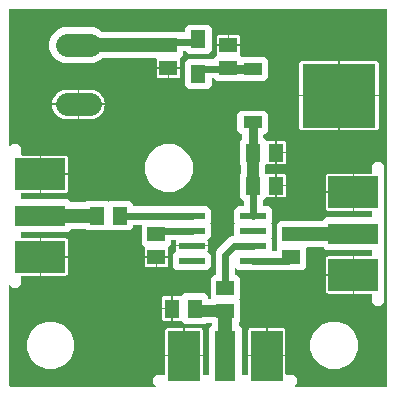
<source format=gbr>
G04 EAGLE Gerber RS-274X export*
G75*
%MOMM*%
%FSLAX34Y34*%
%LPD*%
%INTop Copper*%
%IPPOS*%
%AMOC8*
5,1,8,0,0,1.08239X$1,22.5*%
G01*
%ADD10R,1.500000X1.300000*%
%ADD11R,1.300000X1.500000*%
%ADD12R,1.200000X1.500000*%
%ADD13R,6.200000X5.400000*%
%ADD14R,1.600000X1.000000*%
%ADD15R,2.200000X0.600000*%
%ADD16C,1.981200*%
%ADD17R,1.778000X4.191000*%
%ADD18R,2.667000X4.191000*%
%ADD19R,4.191000X1.778000*%
%ADD20R,4.191000X2.667000*%
%ADD21R,1.300000X1.600000*%
%ADD22C,1.200000*%
%ADD23C,1.000000*%
%ADD24C,0.600000*%
%ADD25C,0.800000*%

G36*
X129081Y5087D02*
X129081Y5087D01*
X129107Y5084D01*
X129165Y5106D01*
X129225Y5120D01*
X129245Y5137D01*
X129269Y5146D01*
X129311Y5191D01*
X129358Y5230D01*
X129369Y5254D01*
X129387Y5273D01*
X129404Y5332D01*
X129429Y5389D01*
X129428Y5414D01*
X129436Y5439D01*
X129425Y5500D01*
X129423Y5562D01*
X129410Y5584D01*
X129406Y5610D01*
X129358Y5681D01*
X129340Y5714D01*
X129332Y5720D01*
X129325Y5730D01*
X126999Y8055D01*
X126999Y12265D01*
X129975Y15241D01*
X136758Y15241D01*
X136808Y15252D01*
X136859Y15254D01*
X136891Y15272D01*
X136927Y15280D01*
X136966Y15313D01*
X137011Y15337D01*
X137032Y15367D01*
X137060Y15390D01*
X137081Y15437D01*
X137111Y15479D01*
X137119Y15521D01*
X137131Y15549D01*
X137130Y15579D01*
X137138Y15621D01*
X137138Y30553D01*
X152633Y30553D01*
X152683Y30564D01*
X152734Y30566D01*
X152766Y30584D01*
X152802Y30592D01*
X152841Y30625D01*
X152886Y30649D01*
X152907Y30679D01*
X152935Y30702D01*
X152956Y30749D01*
X152986Y30791D01*
X152994Y30833D01*
X153006Y30861D01*
X153006Y30865D01*
X153005Y30892D01*
X153013Y30933D01*
X153013Y31315D01*
X153015Y31315D01*
X153015Y30933D01*
X153026Y30883D01*
X153028Y30832D01*
X153046Y30800D01*
X153054Y30764D01*
X153087Y30725D01*
X153111Y30680D01*
X153141Y30659D01*
X153165Y30631D01*
X153211Y30610D01*
X153253Y30580D01*
X153295Y30572D01*
X153323Y30560D01*
X153353Y30561D01*
X153395Y30553D01*
X168890Y30553D01*
X168890Y15621D01*
X168901Y15571D01*
X168903Y15520D01*
X168921Y15488D01*
X168929Y15452D01*
X168962Y15413D01*
X168986Y15368D01*
X169016Y15347D01*
X169039Y15319D01*
X169086Y15298D01*
X169128Y15268D01*
X169170Y15260D01*
X169198Y15248D01*
X169228Y15249D01*
X169270Y15241D01*
X173609Y15241D01*
X173659Y15252D01*
X173710Y15254D01*
X173742Y15272D01*
X173778Y15280D01*
X173817Y15313D01*
X173862Y15337D01*
X173883Y15367D01*
X173911Y15390D01*
X173932Y15437D01*
X173962Y15479D01*
X173970Y15521D01*
X173982Y15549D01*
X173981Y15579D01*
X173989Y15621D01*
X173989Y54374D01*
X176768Y57152D01*
X176808Y57217D01*
X176852Y57279D01*
X176854Y57291D01*
X176859Y57299D01*
X176863Y57336D01*
X176879Y57421D01*
X176879Y58779D01*
X176868Y58829D01*
X176866Y58880D01*
X176848Y58912D01*
X176840Y58948D01*
X176807Y58987D01*
X176783Y59032D01*
X176753Y59053D01*
X176730Y59081D01*
X176683Y59102D01*
X176641Y59132D01*
X176599Y59140D01*
X176571Y59152D01*
X176541Y59151D01*
X176499Y59159D01*
X171782Y59159D01*
X171708Y59142D01*
X171633Y59129D01*
X171623Y59122D01*
X171613Y59120D01*
X171585Y59096D01*
X171513Y59048D01*
X170505Y58039D01*
X153295Y58039D01*
X150695Y60640D01*
X150662Y60660D01*
X150635Y60689D01*
X150589Y60705D01*
X150548Y60731D01*
X150509Y60735D01*
X150472Y60748D01*
X150413Y60744D01*
X150375Y60748D01*
X150355Y60740D01*
X150328Y60738D01*
X149735Y60579D01*
X143661Y60579D01*
X143661Y70739D01*
X143650Y70789D01*
X143648Y70840D01*
X143630Y70872D01*
X143622Y70908D01*
X143589Y70947D01*
X143565Y70992D01*
X143535Y71013D01*
X143511Y71041D01*
X143465Y71062D01*
X143423Y71092D01*
X143381Y71100D01*
X143353Y71112D01*
X143323Y71111D01*
X143281Y71119D01*
X142899Y71119D01*
X142899Y71121D01*
X143281Y71121D01*
X143331Y71132D01*
X143382Y71134D01*
X143414Y71152D01*
X143450Y71160D01*
X143489Y71193D01*
X143534Y71217D01*
X143555Y71247D01*
X143583Y71271D01*
X143604Y71317D01*
X143634Y71359D01*
X143642Y71401D01*
X143654Y71429D01*
X143653Y71459D01*
X143661Y71501D01*
X143661Y81661D01*
X149735Y81661D01*
X150328Y81502D01*
X150367Y81501D01*
X150404Y81489D01*
X150452Y81498D01*
X150501Y81496D01*
X150536Y81512D01*
X150575Y81519D01*
X150624Y81553D01*
X150658Y81568D01*
X150672Y81585D01*
X150695Y81600D01*
X153295Y84201D01*
X170505Y84201D01*
X173481Y81225D01*
X173481Y79701D01*
X173492Y79651D01*
X173494Y79600D01*
X173512Y79568D01*
X173520Y79532D01*
X173553Y79493D01*
X173577Y79448D01*
X173607Y79427D01*
X173630Y79399D01*
X173677Y79378D01*
X173719Y79348D01*
X173761Y79340D01*
X173789Y79328D01*
X173819Y79329D01*
X173861Y79321D01*
X174999Y79321D01*
X175049Y79332D01*
X175100Y79334D01*
X175132Y79352D01*
X175168Y79360D01*
X175207Y79393D01*
X175252Y79417D01*
X175273Y79447D01*
X175301Y79470D01*
X175322Y79517D01*
X175352Y79559D01*
X175360Y79601D01*
X175372Y79629D01*
X175371Y79659D01*
X175379Y79701D01*
X175379Y96845D01*
X178355Y99821D01*
X179499Y99821D01*
X179549Y99832D01*
X179600Y99834D01*
X179632Y99852D01*
X179668Y99860D01*
X179707Y99893D01*
X179752Y99917D01*
X179773Y99947D01*
X179801Y99970D01*
X179822Y100017D01*
X179852Y100059D01*
X179860Y100101D01*
X179872Y100129D01*
X179871Y100159D01*
X179879Y100201D01*
X179879Y118447D01*
X181109Y121417D01*
X191003Y131311D01*
X193973Y132541D01*
X194959Y132541D01*
X195009Y132552D01*
X195060Y132554D01*
X195092Y132572D01*
X195128Y132580D01*
X195167Y132613D01*
X195212Y132637D01*
X195233Y132667D01*
X195261Y132690D01*
X195282Y132737D01*
X195312Y132779D01*
X195320Y132821D01*
X195332Y132849D01*
X195331Y132879D01*
X195339Y132921D01*
X195339Y142265D01*
X196316Y143241D01*
X196325Y143256D01*
X196331Y143261D01*
X196338Y143277D01*
X196343Y143284D01*
X196377Y143322D01*
X196388Y143357D01*
X196407Y143388D01*
X196412Y143439D01*
X196427Y143488D01*
X196420Y143524D01*
X196424Y143561D01*
X196406Y143608D01*
X196397Y143659D01*
X196373Y143694D01*
X196362Y143723D01*
X196340Y143744D01*
X196316Y143779D01*
X195339Y144755D01*
X195339Y154965D01*
X198315Y157941D01*
X203019Y157941D01*
X203069Y157952D01*
X203120Y157954D01*
X203152Y157972D01*
X203188Y157980D01*
X203227Y158013D01*
X203272Y158037D01*
X203293Y158067D01*
X203321Y158090D01*
X203342Y158137D01*
X203372Y158179D01*
X203380Y158221D01*
X203392Y158249D01*
X203391Y158279D01*
X203399Y158321D01*
X203399Y162299D01*
X203388Y162349D01*
X203386Y162400D01*
X203368Y162432D01*
X203360Y162468D01*
X203327Y162507D01*
X203303Y162552D01*
X203273Y162573D01*
X203250Y162601D01*
X203203Y162622D01*
X203161Y162652D01*
X203119Y162660D01*
X203091Y162672D01*
X203061Y162671D01*
X203019Y162679D01*
X202875Y162679D01*
X199899Y165655D01*
X199899Y184865D01*
X201288Y186253D01*
X201328Y186318D01*
X201372Y186380D01*
X201374Y186392D01*
X201379Y186400D01*
X201383Y186437D01*
X201399Y186522D01*
X201399Y191938D01*
X201382Y192012D01*
X201369Y192087D01*
X201362Y192097D01*
X201360Y192107D01*
X201336Y192136D01*
X201288Y192207D01*
X199899Y193595D01*
X199899Y212805D01*
X201888Y214793D01*
X201928Y214858D01*
X201972Y214920D01*
X201974Y214932D01*
X201979Y214940D01*
X201983Y214977D01*
X201999Y215062D01*
X201999Y218199D01*
X201988Y218249D01*
X201986Y218300D01*
X201968Y218332D01*
X201960Y218368D01*
X201927Y218407D01*
X201903Y218452D01*
X201873Y218473D01*
X201850Y218501D01*
X201803Y218522D01*
X201761Y218552D01*
X201719Y218560D01*
X201691Y218572D01*
X201661Y218571D01*
X201619Y218579D01*
X200975Y218579D01*
X197999Y221555D01*
X197999Y235765D01*
X200975Y238741D01*
X221185Y238741D01*
X224161Y235765D01*
X224161Y221555D01*
X221185Y218579D01*
X220541Y218579D01*
X220491Y218568D01*
X220440Y218566D01*
X220408Y218548D01*
X220372Y218540D01*
X220333Y218507D01*
X220288Y218483D01*
X220267Y218453D01*
X220239Y218430D01*
X220218Y218383D01*
X220188Y218341D01*
X220180Y218299D01*
X220168Y218271D01*
X220169Y218241D01*
X220161Y218199D01*
X220161Y215862D01*
X220178Y215788D01*
X220191Y215713D01*
X220198Y215703D01*
X220200Y215693D01*
X220224Y215664D01*
X220272Y215593D01*
X222685Y213180D01*
X222718Y213160D01*
X222745Y213131D01*
X222788Y213115D01*
X222803Y213105D01*
X222807Y213104D01*
X222832Y213089D01*
X222871Y213085D01*
X222908Y213072D01*
X222967Y213076D01*
X223005Y213072D01*
X223025Y213080D01*
X223052Y213082D01*
X223645Y213241D01*
X229719Y213241D01*
X229719Y203581D01*
X229730Y203531D01*
X229732Y203480D01*
X229750Y203448D01*
X229758Y203412D01*
X229791Y203373D01*
X229815Y203328D01*
X229845Y203307D01*
X229868Y203279D01*
X229915Y203258D01*
X229957Y203228D01*
X229999Y203220D01*
X230027Y203208D01*
X230057Y203209D01*
X230099Y203201D01*
X230481Y203201D01*
X230481Y203199D01*
X230099Y203199D01*
X230049Y203188D01*
X229998Y203186D01*
X229966Y203168D01*
X229930Y203160D01*
X229891Y203127D01*
X229846Y203103D01*
X229825Y203073D01*
X229797Y203049D01*
X229776Y203003D01*
X229746Y202961D01*
X229738Y202919D01*
X229726Y202891D01*
X229726Y202884D01*
X229726Y202883D01*
X229727Y202859D01*
X229719Y202819D01*
X229719Y193159D01*
X223645Y193159D01*
X223052Y193318D01*
X223013Y193319D01*
X222976Y193331D01*
X222928Y193322D01*
X222879Y193324D01*
X222844Y193308D01*
X222805Y193301D01*
X222756Y193267D01*
X222722Y193252D01*
X222708Y193235D01*
X222685Y193220D01*
X221672Y192207D01*
X221632Y192142D01*
X221588Y192080D01*
X221586Y192068D01*
X221581Y192060D01*
X221577Y192023D01*
X221561Y191938D01*
X221561Y186522D01*
X221578Y186448D01*
X221591Y186373D01*
X221598Y186363D01*
X221600Y186353D01*
X221624Y186325D01*
X221672Y186253D01*
X222685Y185240D01*
X222718Y185220D01*
X222745Y185191D01*
X222791Y185175D01*
X222832Y185149D01*
X222871Y185145D01*
X222908Y185132D01*
X222967Y185136D01*
X223005Y185132D01*
X223025Y185140D01*
X223052Y185142D01*
X223645Y185301D01*
X229719Y185301D01*
X229719Y175641D01*
X229730Y175591D01*
X229732Y175540D01*
X229750Y175508D01*
X229758Y175472D01*
X229791Y175433D01*
X229815Y175388D01*
X229845Y175367D01*
X229868Y175339D01*
X229915Y175318D01*
X229957Y175288D01*
X229999Y175280D01*
X230027Y175268D01*
X230057Y175269D01*
X230099Y175261D01*
X230481Y175261D01*
X230481Y175259D01*
X230099Y175259D01*
X230049Y175248D01*
X229998Y175246D01*
X229966Y175228D01*
X229930Y175220D01*
X229891Y175187D01*
X229846Y175163D01*
X229825Y175133D01*
X229797Y175109D01*
X229776Y175063D01*
X229746Y175021D01*
X229738Y174979D01*
X229726Y174951D01*
X229727Y174921D01*
X229719Y174879D01*
X229719Y165219D01*
X223645Y165219D01*
X223052Y165378D01*
X223013Y165379D01*
X222976Y165391D01*
X222928Y165382D01*
X222879Y165384D01*
X222844Y165368D01*
X222805Y165361D01*
X222756Y165327D01*
X222722Y165312D01*
X222708Y165295D01*
X222685Y165280D01*
X220085Y162679D01*
X219941Y162679D01*
X219891Y162668D01*
X219840Y162666D01*
X219808Y162648D01*
X219772Y162640D01*
X219733Y162607D01*
X219688Y162583D01*
X219667Y162553D01*
X219639Y162530D01*
X219618Y162483D01*
X219588Y162441D01*
X219580Y162399D01*
X219568Y162371D01*
X219569Y162341D01*
X219561Y162299D01*
X219561Y158321D01*
X219572Y158271D01*
X219574Y158220D01*
X219592Y158188D01*
X219600Y158152D01*
X219633Y158113D01*
X219657Y158068D01*
X219687Y158047D01*
X219710Y158019D01*
X219757Y157998D01*
X219799Y157968D01*
X219841Y157960D01*
X219869Y157948D01*
X219899Y157949D01*
X219941Y157941D01*
X224525Y157941D01*
X227501Y154965D01*
X227501Y144755D01*
X226524Y143779D01*
X226497Y143736D01*
X226463Y143698D01*
X226452Y143663D01*
X226433Y143632D01*
X226428Y143581D01*
X226413Y143532D01*
X226420Y143496D01*
X226416Y143459D01*
X226434Y143412D01*
X226443Y143361D01*
X226467Y143326D01*
X226478Y143297D01*
X226500Y143276D01*
X226524Y143241D01*
X227501Y142265D01*
X227501Y132055D01*
X226524Y131079D01*
X226497Y131036D01*
X226463Y130998D01*
X226452Y130963D01*
X226433Y130932D01*
X226428Y130881D01*
X226413Y130832D01*
X226420Y130796D01*
X226416Y130759D01*
X226434Y130712D01*
X226443Y130661D01*
X226467Y130626D01*
X226478Y130597D01*
X226500Y130576D01*
X226524Y130541D01*
X227501Y129565D01*
X227501Y120221D01*
X227512Y120171D01*
X227514Y120120D01*
X227532Y120088D01*
X227540Y120052D01*
X227573Y120013D01*
X227597Y119968D01*
X227627Y119947D01*
X227650Y119919D01*
X227697Y119898D01*
X227739Y119868D01*
X227781Y119860D01*
X227809Y119848D01*
X227839Y119849D01*
X227881Y119841D01*
X230879Y119841D01*
X230929Y119852D01*
X230980Y119854D01*
X231012Y119872D01*
X231048Y119880D01*
X231087Y119913D01*
X231132Y119937D01*
X231153Y119967D01*
X231181Y119990D01*
X231202Y120037D01*
X231232Y120079D01*
X231240Y120121D01*
X231252Y120149D01*
X231251Y120179D01*
X231259Y120221D01*
X231259Y123565D01*
X231886Y124191D01*
X231913Y124234D01*
X231947Y124272D01*
X231958Y124307D01*
X231977Y124338D01*
X231982Y124389D01*
X231997Y124438D01*
X231990Y124474D01*
X231994Y124511D01*
X231976Y124558D01*
X231967Y124609D01*
X231943Y124644D01*
X231932Y124673D01*
X231910Y124694D01*
X231886Y124729D01*
X231259Y125355D01*
X231259Y142565D01*
X234235Y145541D01*
X253445Y145541D01*
X253833Y145152D01*
X253898Y145112D01*
X253960Y145068D01*
X253972Y145066D01*
X253980Y145061D01*
X254017Y145057D01*
X254102Y145041D01*
X269930Y145041D01*
X269980Y145052D01*
X270031Y145054D01*
X270063Y145072D01*
X270099Y145080D01*
X270138Y145113D01*
X270183Y145137D01*
X270204Y145167D01*
X270232Y145190D01*
X270253Y145237D01*
X270283Y145279D01*
X270291Y145321D01*
X270303Y145349D01*
X270302Y145379D01*
X270310Y145421D01*
X270310Y145615D01*
X273286Y148591D01*
X312039Y148591D01*
X312089Y148602D01*
X312140Y148604D01*
X312172Y148622D01*
X312208Y148630D01*
X312247Y148663D01*
X312292Y148687D01*
X312313Y148717D01*
X312341Y148740D01*
X312362Y148787D01*
X312392Y148829D01*
X312400Y148871D01*
X312412Y148899D01*
X312411Y148929D01*
X312419Y148971D01*
X312419Y153310D01*
X312408Y153360D01*
X312406Y153411D01*
X312388Y153443D01*
X312380Y153479D01*
X312347Y153518D01*
X312323Y153563D01*
X312293Y153584D01*
X312270Y153612D01*
X312223Y153633D01*
X312181Y153663D01*
X312139Y153671D01*
X312111Y153683D01*
X312081Y153682D01*
X312039Y153690D01*
X297107Y153690D01*
X297107Y169185D01*
X297096Y169235D01*
X297094Y169286D01*
X297076Y169318D01*
X297068Y169354D01*
X297035Y169393D01*
X297011Y169438D01*
X296981Y169459D01*
X296957Y169487D01*
X296911Y169508D01*
X296869Y169538D01*
X296827Y169546D01*
X296799Y169558D01*
X296769Y169557D01*
X296727Y169565D01*
X296345Y169565D01*
X296345Y169567D01*
X296727Y169567D01*
X296777Y169578D01*
X296828Y169580D01*
X296860Y169598D01*
X296896Y169606D01*
X296935Y169639D01*
X296980Y169663D01*
X297001Y169693D01*
X297029Y169717D01*
X297050Y169763D01*
X297080Y169805D01*
X297088Y169847D01*
X297100Y169875D01*
X297099Y169905D01*
X297107Y169947D01*
X297107Y185442D01*
X312039Y185442D01*
X312089Y185453D01*
X312140Y185455D01*
X312172Y185473D01*
X312208Y185481D01*
X312247Y185514D01*
X312292Y185538D01*
X312313Y185568D01*
X312341Y185591D01*
X312362Y185638D01*
X312392Y185680D01*
X312400Y185722D01*
X312412Y185750D01*
X312411Y185780D01*
X312419Y185822D01*
X312419Y192605D01*
X315395Y195581D01*
X319605Y195581D01*
X322581Y192605D01*
X322581Y76635D01*
X319605Y73659D01*
X315395Y73659D01*
X312419Y76635D01*
X312419Y83418D01*
X312408Y83468D01*
X312406Y83519D01*
X312388Y83551D01*
X312380Y83587D01*
X312347Y83626D01*
X312323Y83671D01*
X312293Y83692D01*
X312270Y83720D01*
X312223Y83741D01*
X312181Y83771D01*
X312139Y83779D01*
X312111Y83791D01*
X312081Y83790D01*
X312039Y83798D01*
X297107Y83798D01*
X297107Y99293D01*
X297096Y99343D01*
X297094Y99394D01*
X297076Y99426D01*
X297068Y99462D01*
X297035Y99501D01*
X297011Y99546D01*
X296981Y99567D01*
X296957Y99595D01*
X296911Y99616D01*
X296869Y99646D01*
X296827Y99654D01*
X296799Y99666D01*
X296769Y99665D01*
X296727Y99673D01*
X296345Y99673D01*
X296345Y99675D01*
X296727Y99675D01*
X296777Y99686D01*
X296828Y99688D01*
X296860Y99706D01*
X296896Y99714D01*
X296935Y99747D01*
X296980Y99771D01*
X297001Y99801D01*
X297029Y99825D01*
X297050Y99871D01*
X297080Y99913D01*
X297088Y99955D01*
X297100Y99983D01*
X297099Y100013D01*
X297107Y100055D01*
X297107Y115550D01*
X312039Y115550D01*
X312089Y115561D01*
X312140Y115563D01*
X312172Y115581D01*
X312208Y115589D01*
X312247Y115622D01*
X312292Y115646D01*
X312313Y115676D01*
X312341Y115699D01*
X312362Y115746D01*
X312392Y115788D01*
X312400Y115830D01*
X312412Y115858D01*
X312411Y115888D01*
X312419Y115930D01*
X312419Y120269D01*
X312408Y120319D01*
X312406Y120370D01*
X312388Y120402D01*
X312380Y120438D01*
X312347Y120477D01*
X312323Y120522D01*
X312293Y120543D01*
X312270Y120571D01*
X312223Y120592D01*
X312181Y120622D01*
X312139Y120630D01*
X312111Y120642D01*
X312081Y120641D01*
X312039Y120649D01*
X273286Y120649D01*
X271168Y122768D01*
X271103Y122808D01*
X271041Y122852D01*
X271029Y122854D01*
X271021Y122859D01*
X270984Y122863D01*
X270899Y122879D01*
X256801Y122879D01*
X256751Y122868D01*
X256700Y122866D01*
X256668Y122848D01*
X256632Y122840D01*
X256593Y122807D01*
X256548Y122783D01*
X256527Y122753D01*
X256499Y122730D01*
X256478Y122683D01*
X256448Y122641D01*
X256440Y122599D01*
X256428Y122571D01*
X256429Y122541D01*
X256421Y122499D01*
X256421Y106355D01*
X253445Y103379D01*
X234236Y103379D01*
X234047Y103568D01*
X233982Y103608D01*
X233920Y103652D01*
X233908Y103654D01*
X233900Y103659D01*
X233863Y103663D01*
X233778Y103679D01*
X198315Y103679D01*
X196690Y105305D01*
X196668Y105319D01*
X196652Y105338D01*
X196595Y105364D01*
X196543Y105396D01*
X196517Y105399D01*
X196493Y105409D01*
X196432Y105407D01*
X196370Y105413D01*
X196346Y105404D01*
X196320Y105403D01*
X196266Y105373D01*
X196208Y105351D01*
X196191Y105332D01*
X196168Y105320D01*
X196133Y105270D01*
X196091Y105224D01*
X196083Y105199D01*
X196068Y105178D01*
X196052Y105094D01*
X196041Y105058D01*
X196043Y105048D01*
X196041Y105036D01*
X196041Y100201D01*
X196052Y100151D01*
X196054Y100100D01*
X196072Y100068D01*
X196080Y100032D01*
X196113Y99993D01*
X196137Y99948D01*
X196167Y99927D01*
X196190Y99899D01*
X196237Y99878D01*
X196279Y99848D01*
X196321Y99840D01*
X196349Y99828D01*
X196379Y99829D01*
X196421Y99821D01*
X197565Y99821D01*
X200541Y96845D01*
X200541Y79635D01*
X199914Y79009D01*
X199887Y78966D01*
X199853Y78928D01*
X199842Y78893D01*
X199823Y78862D01*
X199818Y78811D01*
X199803Y78762D01*
X199810Y78726D01*
X199806Y78689D01*
X199824Y78642D01*
X199833Y78591D01*
X199857Y78556D01*
X199868Y78527D01*
X199890Y78506D01*
X199914Y78471D01*
X200541Y77845D01*
X200541Y60635D01*
X199152Y59247D01*
X199112Y59182D01*
X199068Y59120D01*
X199066Y59108D01*
X199061Y59100D01*
X199057Y59063D01*
X199041Y58978D01*
X199041Y57421D01*
X199058Y57347D01*
X199071Y57272D01*
X199078Y57262D01*
X199080Y57252D01*
X199104Y57223D01*
X199152Y57152D01*
X201931Y54374D01*
X201931Y15621D01*
X201942Y15571D01*
X201944Y15520D01*
X201962Y15488D01*
X201970Y15452D01*
X202003Y15413D01*
X202027Y15368D01*
X202057Y15347D01*
X202080Y15319D01*
X202127Y15298D01*
X202169Y15268D01*
X202211Y15260D01*
X202239Y15248D01*
X202269Y15249D01*
X202311Y15241D01*
X206650Y15241D01*
X206700Y15252D01*
X206751Y15254D01*
X206783Y15272D01*
X206819Y15280D01*
X206858Y15313D01*
X206903Y15337D01*
X206924Y15367D01*
X206952Y15390D01*
X206973Y15437D01*
X207003Y15479D01*
X207011Y15521D01*
X207023Y15549D01*
X207022Y15579D01*
X207030Y15621D01*
X207030Y30553D01*
X222525Y30553D01*
X222575Y30564D01*
X222626Y30566D01*
X222658Y30584D01*
X222694Y30592D01*
X222733Y30625D01*
X222778Y30649D01*
X222799Y30679D01*
X222827Y30702D01*
X222848Y30749D01*
X222878Y30791D01*
X222886Y30833D01*
X222898Y30861D01*
X222898Y30865D01*
X222897Y30892D01*
X222905Y30933D01*
X222905Y31315D01*
X222907Y31315D01*
X222907Y30933D01*
X222918Y30883D01*
X222920Y30832D01*
X222938Y30800D01*
X222946Y30764D01*
X222979Y30725D01*
X223003Y30680D01*
X223033Y30659D01*
X223057Y30631D01*
X223103Y30610D01*
X223145Y30580D01*
X223187Y30572D01*
X223215Y30560D01*
X223245Y30561D01*
X223287Y30553D01*
X238782Y30553D01*
X238782Y15621D01*
X238793Y15571D01*
X238795Y15520D01*
X238813Y15488D01*
X238821Y15452D01*
X238854Y15413D01*
X238878Y15368D01*
X238908Y15347D01*
X238931Y15319D01*
X238978Y15298D01*
X239020Y15268D01*
X239062Y15260D01*
X239090Y15248D01*
X239120Y15249D01*
X239162Y15241D01*
X245945Y15241D01*
X248921Y12265D01*
X248921Y8055D01*
X246595Y5730D01*
X246581Y5708D01*
X246562Y5692D01*
X246536Y5635D01*
X246504Y5583D01*
X246501Y5557D01*
X246491Y5533D01*
X246493Y5472D01*
X246487Y5410D01*
X246496Y5386D01*
X246497Y5360D01*
X246527Y5306D01*
X246549Y5248D01*
X246568Y5231D01*
X246580Y5208D01*
X246630Y5173D01*
X246676Y5131D01*
X246701Y5123D01*
X246722Y5108D01*
X246806Y5092D01*
X246842Y5081D01*
X246852Y5083D01*
X246864Y5081D01*
X324539Y5081D01*
X324589Y5092D01*
X324640Y5094D01*
X324672Y5112D01*
X324708Y5120D01*
X324747Y5153D01*
X324792Y5177D01*
X324813Y5207D01*
X324841Y5230D01*
X324862Y5277D01*
X324892Y5319D01*
X324900Y5361D01*
X324912Y5389D01*
X324911Y5419D01*
X324919Y5461D01*
X324919Y324539D01*
X324908Y324589D01*
X324906Y324640D01*
X324888Y324672D01*
X324880Y324708D01*
X324847Y324747D01*
X324823Y324792D01*
X324793Y324813D01*
X324770Y324841D01*
X324723Y324862D01*
X324681Y324892D01*
X324639Y324900D01*
X324611Y324912D01*
X324581Y324911D01*
X324539Y324919D01*
X5461Y324919D01*
X5411Y324908D01*
X5360Y324906D01*
X5328Y324888D01*
X5292Y324880D01*
X5253Y324847D01*
X5208Y324823D01*
X5187Y324793D01*
X5159Y324770D01*
X5138Y324723D01*
X5108Y324681D01*
X5100Y324639D01*
X5088Y324611D01*
X5089Y324581D01*
X5081Y324539D01*
X5081Y208764D01*
X5087Y208739D01*
X5084Y208713D01*
X5106Y208655D01*
X5120Y208595D01*
X5137Y208575D01*
X5146Y208551D01*
X5191Y208509D01*
X5230Y208462D01*
X5254Y208451D01*
X5273Y208433D01*
X5332Y208416D01*
X5389Y208391D01*
X5414Y208392D01*
X5439Y208384D01*
X5500Y208395D01*
X5562Y208397D01*
X5584Y208410D01*
X5610Y208414D01*
X5681Y208462D01*
X5714Y208480D01*
X5720Y208488D01*
X5730Y208495D01*
X8055Y210821D01*
X12265Y210821D01*
X15241Y207845D01*
X15241Y201062D01*
X15252Y201012D01*
X15254Y200961D01*
X15272Y200929D01*
X15280Y200893D01*
X15313Y200854D01*
X15337Y200809D01*
X15367Y200788D01*
X15390Y200760D01*
X15437Y200739D01*
X15479Y200709D01*
X15521Y200701D01*
X15549Y200689D01*
X15579Y200690D01*
X15621Y200682D01*
X30553Y200682D01*
X30553Y185187D01*
X30564Y185137D01*
X30566Y185086D01*
X30584Y185054D01*
X30592Y185018D01*
X30625Y184979D01*
X30649Y184934D01*
X30679Y184913D01*
X30702Y184885D01*
X30749Y184864D01*
X30791Y184834D01*
X30833Y184826D01*
X30861Y184814D01*
X30891Y184815D01*
X30933Y184807D01*
X31315Y184807D01*
X31315Y184805D01*
X30933Y184805D01*
X30883Y184794D01*
X30832Y184792D01*
X30800Y184774D01*
X30764Y184766D01*
X30725Y184733D01*
X30680Y184709D01*
X30659Y184679D01*
X30631Y184655D01*
X30610Y184609D01*
X30580Y184567D01*
X30572Y184525D01*
X30560Y184497D01*
X30561Y184467D01*
X30553Y184425D01*
X30553Y168930D01*
X15621Y168930D01*
X15571Y168919D01*
X15520Y168917D01*
X15488Y168899D01*
X15452Y168891D01*
X15413Y168858D01*
X15368Y168834D01*
X15347Y168804D01*
X15319Y168781D01*
X15298Y168734D01*
X15268Y168692D01*
X15260Y168650D01*
X15248Y168622D01*
X15249Y168592D01*
X15241Y168550D01*
X15241Y164211D01*
X15252Y164161D01*
X15254Y164110D01*
X15272Y164078D01*
X15280Y164042D01*
X15313Y164003D01*
X15337Y163958D01*
X15367Y163937D01*
X15390Y163909D01*
X15437Y163888D01*
X15479Y163858D01*
X15521Y163850D01*
X15549Y163838D01*
X15579Y163839D01*
X15621Y163831D01*
X54374Y163831D01*
X57152Y161052D01*
X57217Y161012D01*
X57279Y160968D01*
X57291Y160966D01*
X57299Y160961D01*
X57336Y160957D01*
X57421Y160941D01*
X69138Y160941D01*
X69212Y160958D01*
X69287Y160971D01*
X69297Y160978D01*
X69307Y160980D01*
X69336Y161004D01*
X69407Y161052D01*
X70795Y162441D01*
X88005Y162441D01*
X88631Y161814D01*
X88674Y161787D01*
X88712Y161753D01*
X88747Y161742D01*
X88778Y161723D01*
X88829Y161718D01*
X88878Y161703D01*
X88914Y161710D01*
X88951Y161706D01*
X88998Y161724D01*
X89049Y161733D01*
X89084Y161757D01*
X89113Y161768D01*
X89134Y161790D01*
X89169Y161814D01*
X89795Y162441D01*
X107005Y162441D01*
X109981Y159465D01*
X109981Y158321D01*
X109992Y158271D01*
X109994Y158220D01*
X110012Y158188D01*
X110020Y158152D01*
X110053Y158113D01*
X110077Y158068D01*
X110107Y158047D01*
X110130Y158019D01*
X110177Y157998D01*
X110219Y157968D01*
X110261Y157960D01*
X110289Y157948D01*
X110319Y157949D01*
X110361Y157941D01*
X172525Y157941D01*
X175501Y154965D01*
X175501Y144755D01*
X174524Y143779D01*
X174497Y143736D01*
X174463Y143698D01*
X174452Y143663D01*
X174433Y143632D01*
X174428Y143581D01*
X174413Y143532D01*
X174420Y143496D01*
X174416Y143459D01*
X174434Y143412D01*
X174443Y143361D01*
X174467Y143326D01*
X174478Y143297D01*
X174500Y143276D01*
X174524Y143241D01*
X175501Y142265D01*
X175501Y132055D01*
X172664Y129219D01*
X172663Y129218D01*
X172662Y129217D01*
X172617Y129143D01*
X172572Y129071D01*
X172572Y129070D01*
X172572Y129069D01*
X172564Y128983D01*
X172556Y128899D01*
X172556Y128898D01*
X172556Y128897D01*
X172603Y128760D01*
X172788Y128441D01*
X172961Y127795D01*
X172961Y125221D01*
X159801Y125221D01*
X159751Y125210D01*
X159700Y125208D01*
X159668Y125190D01*
X159632Y125182D01*
X159593Y125149D01*
X159548Y125125D01*
X159527Y125095D01*
X159499Y125071D01*
X159478Y125025D01*
X159448Y124983D01*
X159440Y124941D01*
X159428Y124913D01*
X159429Y124883D01*
X159421Y124841D01*
X159421Y124079D01*
X159432Y124029D01*
X159434Y123978D01*
X159452Y123946D01*
X159460Y123910D01*
X159493Y123871D01*
X159517Y123826D01*
X159547Y123805D01*
X159571Y123777D01*
X159617Y123756D01*
X159659Y123726D01*
X159701Y123718D01*
X159729Y123706D01*
X159759Y123707D01*
X159801Y123699D01*
X172961Y123699D01*
X172961Y121125D01*
X172788Y120479D01*
X172603Y120160D01*
X172603Y120159D01*
X172602Y120158D01*
X172578Y120076D01*
X172553Y119995D01*
X172553Y119993D01*
X172553Y119992D01*
X172568Y119907D01*
X172582Y119824D01*
X172583Y119823D01*
X172583Y119821D01*
X172664Y119701D01*
X175501Y116865D01*
X175501Y106655D01*
X172525Y103679D01*
X146315Y103679D01*
X143339Y106655D01*
X143339Y116865D01*
X146176Y119701D01*
X146177Y119702D01*
X146178Y119703D01*
X146222Y119776D01*
X146268Y119849D01*
X146268Y119850D01*
X146268Y119851D01*
X146276Y119937D01*
X146284Y120021D01*
X146284Y120022D01*
X146284Y120023D01*
X146237Y120160D01*
X146052Y120479D01*
X145879Y121125D01*
X145879Y123699D01*
X159039Y123699D01*
X159089Y123710D01*
X159140Y123712D01*
X159172Y123730D01*
X159208Y123738D01*
X159247Y123771D01*
X159292Y123795D01*
X159313Y123825D01*
X159341Y123848D01*
X159362Y123895D01*
X159392Y123937D01*
X159400Y123979D01*
X159412Y124007D01*
X159411Y124025D01*
X159412Y124027D01*
X159412Y124040D01*
X159419Y124079D01*
X159419Y124841D01*
X159408Y124891D01*
X159406Y124942D01*
X159388Y124974D01*
X159380Y125010D01*
X159347Y125049D01*
X159323Y125094D01*
X159293Y125115D01*
X159269Y125143D01*
X159223Y125164D01*
X159181Y125194D01*
X159139Y125202D01*
X159111Y125214D01*
X159081Y125213D01*
X159039Y125221D01*
X145879Y125221D01*
X145879Y127795D01*
X146052Y128441D01*
X146092Y128509D01*
X146110Y128569D01*
X146136Y128627D01*
X146135Y128651D01*
X146142Y128675D01*
X146132Y128737D01*
X146129Y128800D01*
X146117Y128821D01*
X146113Y128846D01*
X146077Y128897D01*
X146046Y128952D01*
X146026Y128966D01*
X146012Y128986D01*
X145956Y129015D01*
X145905Y129052D01*
X145878Y129057D01*
X145859Y129067D01*
X145821Y129068D01*
X145763Y129079D01*
X142501Y129079D01*
X142451Y129068D01*
X142400Y129066D01*
X142368Y129048D01*
X142332Y129040D01*
X142293Y129007D01*
X142248Y128983D01*
X142227Y128953D01*
X142199Y128930D01*
X142178Y128883D01*
X142148Y128841D01*
X142140Y128799D01*
X142128Y128771D01*
X142129Y128741D01*
X142121Y128699D01*
X142121Y125355D01*
X139520Y122755D01*
X139500Y122722D01*
X139471Y122695D01*
X139455Y122649D01*
X139429Y122608D01*
X139425Y122569D01*
X139412Y122532D01*
X139416Y122473D01*
X139412Y122435D01*
X139420Y122415D01*
X139422Y122388D01*
X139581Y121795D01*
X139581Y115721D01*
X129921Y115721D01*
X129871Y115710D01*
X129820Y115708D01*
X129788Y115690D01*
X129752Y115682D01*
X129713Y115649D01*
X129668Y115625D01*
X129647Y115595D01*
X129619Y115571D01*
X129598Y115525D01*
X129568Y115483D01*
X129560Y115441D01*
X129548Y115413D01*
X129549Y115383D01*
X129541Y115341D01*
X129541Y114959D01*
X129539Y114959D01*
X129539Y115341D01*
X129528Y115391D01*
X129526Y115442D01*
X129508Y115474D01*
X129500Y115510D01*
X129467Y115549D01*
X129443Y115594D01*
X129413Y115615D01*
X129389Y115643D01*
X129343Y115664D01*
X129301Y115694D01*
X129259Y115702D01*
X129231Y115714D01*
X129201Y115713D01*
X129159Y115721D01*
X119499Y115721D01*
X119499Y121795D01*
X119658Y122388D01*
X119659Y122427D01*
X119671Y122464D01*
X119662Y122512D01*
X119664Y122561D01*
X119648Y122596D01*
X119641Y122635D01*
X119607Y122684D01*
X119592Y122718D01*
X119575Y122732D01*
X119560Y122755D01*
X116959Y125355D01*
X116959Y141399D01*
X116948Y141449D01*
X116946Y141500D01*
X116928Y141532D01*
X116920Y141568D01*
X116887Y141607D01*
X116863Y141652D01*
X116833Y141673D01*
X116810Y141701D01*
X116763Y141722D01*
X116721Y141752D01*
X116679Y141760D01*
X116651Y141772D01*
X116621Y141771D01*
X116579Y141779D01*
X110361Y141779D01*
X110311Y141768D01*
X110260Y141766D01*
X110228Y141748D01*
X110192Y141740D01*
X110153Y141707D01*
X110108Y141683D01*
X110087Y141653D01*
X110059Y141630D01*
X110038Y141583D01*
X110008Y141541D01*
X110000Y141499D01*
X109988Y141471D01*
X109989Y141441D01*
X109981Y141399D01*
X109981Y140255D01*
X107005Y137279D01*
X89795Y137279D01*
X89169Y137906D01*
X89126Y137933D01*
X89088Y137967D01*
X89053Y137978D01*
X89022Y137997D01*
X88971Y138002D01*
X88922Y138017D01*
X88886Y138010D01*
X88849Y138014D01*
X88802Y137996D01*
X88751Y137987D01*
X88716Y137963D01*
X88687Y137952D01*
X88666Y137930D01*
X88631Y137906D01*
X88005Y137279D01*
X70795Y137279D01*
X69407Y138668D01*
X69342Y138708D01*
X69280Y138752D01*
X69268Y138754D01*
X69260Y138759D01*
X69223Y138763D01*
X69138Y138779D01*
X57421Y138779D01*
X57347Y138762D01*
X57272Y138749D01*
X57262Y138742D01*
X57252Y138740D01*
X57223Y138716D01*
X57152Y138668D01*
X54374Y135889D01*
X15621Y135889D01*
X15571Y135878D01*
X15520Y135876D01*
X15488Y135858D01*
X15452Y135850D01*
X15413Y135817D01*
X15368Y135793D01*
X15347Y135763D01*
X15319Y135740D01*
X15298Y135693D01*
X15268Y135651D01*
X15260Y135609D01*
X15248Y135581D01*
X15248Y135579D01*
X15249Y135550D01*
X15241Y135509D01*
X15241Y131170D01*
X15252Y131120D01*
X15254Y131069D01*
X15272Y131037D01*
X15280Y131001D01*
X15313Y130962D01*
X15337Y130917D01*
X15367Y130896D01*
X15390Y130868D01*
X15437Y130847D01*
X15479Y130817D01*
X15521Y130809D01*
X15549Y130797D01*
X15579Y130798D01*
X15621Y130790D01*
X30553Y130790D01*
X30553Y115295D01*
X30564Y115245D01*
X30566Y115194D01*
X30584Y115162D01*
X30592Y115126D01*
X30625Y115087D01*
X30649Y115042D01*
X30679Y115021D01*
X30702Y114993D01*
X30749Y114972D01*
X30791Y114942D01*
X30833Y114934D01*
X30861Y114922D01*
X30891Y114923D01*
X30933Y114915D01*
X31315Y114915D01*
X31315Y114913D01*
X30933Y114913D01*
X30883Y114902D01*
X30832Y114900D01*
X30800Y114882D01*
X30764Y114874D01*
X30725Y114841D01*
X30680Y114817D01*
X30659Y114787D01*
X30631Y114763D01*
X30610Y114717D01*
X30580Y114675D01*
X30572Y114633D01*
X30560Y114605D01*
X30561Y114575D01*
X30553Y114533D01*
X30553Y99038D01*
X15621Y99038D01*
X15571Y99027D01*
X15520Y99025D01*
X15488Y99007D01*
X15452Y98999D01*
X15413Y98966D01*
X15368Y98942D01*
X15347Y98912D01*
X15319Y98889D01*
X15298Y98842D01*
X15268Y98800D01*
X15260Y98758D01*
X15248Y98730D01*
X15249Y98700D01*
X15248Y98695D01*
X15248Y98694D01*
X15241Y98658D01*
X15241Y91875D01*
X12265Y88899D01*
X8055Y88899D01*
X5730Y91225D01*
X5708Y91239D01*
X5692Y91258D01*
X5635Y91284D01*
X5583Y91316D01*
X5557Y91319D01*
X5533Y91329D01*
X5472Y91327D01*
X5410Y91333D01*
X5386Y91324D01*
X5360Y91323D01*
X5306Y91293D01*
X5248Y91271D01*
X5231Y91252D01*
X5208Y91240D01*
X5173Y91190D01*
X5131Y91144D01*
X5123Y91119D01*
X5108Y91098D01*
X5092Y91014D01*
X5081Y90978D01*
X5083Y90968D01*
X5081Y90956D01*
X5081Y5461D01*
X5092Y5411D01*
X5094Y5360D01*
X5112Y5328D01*
X5120Y5292D01*
X5153Y5253D01*
X5177Y5208D01*
X5207Y5187D01*
X5230Y5159D01*
X5277Y5138D01*
X5319Y5108D01*
X5361Y5100D01*
X5389Y5088D01*
X5419Y5089D01*
X5461Y5081D01*
X129056Y5081D01*
X129081Y5087D01*
G37*
%LPC*%
G36*
X139699Y274979D02*
X139699Y274979D01*
X139699Y275361D01*
X139688Y275411D01*
X139686Y275462D01*
X139668Y275494D01*
X139660Y275530D01*
X139627Y275569D01*
X139603Y275614D01*
X139573Y275635D01*
X139549Y275663D01*
X139503Y275684D01*
X139461Y275714D01*
X139419Y275722D01*
X139391Y275734D01*
X139361Y275733D01*
X139319Y275741D01*
X129659Y275741D01*
X129659Y281815D01*
X129818Y282408D01*
X129819Y282447D01*
X129831Y282484D01*
X129822Y282532D01*
X129824Y282581D01*
X129808Y282616D01*
X129801Y282655D01*
X129767Y282704D01*
X129752Y282738D01*
X129735Y282752D01*
X129720Y282775D01*
X129555Y282940D01*
X129490Y282980D01*
X129428Y283024D01*
X129416Y283026D01*
X129408Y283031D01*
X129371Y283035D01*
X129286Y283051D01*
X83677Y283051D01*
X83603Y283034D01*
X83528Y283021D01*
X83518Y283014D01*
X83509Y283012D01*
X83480Y282988D01*
X83408Y282940D01*
X81895Y281427D01*
X76387Y279145D01*
X50613Y279145D01*
X45105Y281427D01*
X40889Y285643D01*
X38607Y291151D01*
X38607Y297113D01*
X40889Y302621D01*
X45105Y306837D01*
X50613Y309119D01*
X76387Y309119D01*
X81895Y306837D01*
X83408Y305324D01*
X83473Y305284D01*
X83535Y305240D01*
X83547Y305238D01*
X83556Y305233D01*
X83593Y305229D01*
X83677Y305213D01*
X129590Y305213D01*
X129664Y305230D01*
X129739Y305243D01*
X129749Y305250D01*
X129759Y305252D01*
X129787Y305276D01*
X129859Y305324D01*
X130095Y305561D01*
X149304Y305561D01*
X149493Y305372D01*
X149558Y305332D01*
X149620Y305288D01*
X149632Y305286D01*
X149640Y305281D01*
X149677Y305277D01*
X149762Y305261D01*
X153639Y305261D01*
X153689Y305272D01*
X153740Y305274D01*
X153772Y305292D01*
X153808Y305300D01*
X153847Y305333D01*
X153892Y305357D01*
X153913Y305387D01*
X153941Y305410D01*
X153962Y305457D01*
X153992Y305499D01*
X154000Y305541D01*
X154012Y305569D01*
X154011Y305599D01*
X154019Y305641D01*
X154019Y308585D01*
X156995Y311561D01*
X173205Y311561D01*
X176181Y308585D01*
X176181Y289375D01*
X173205Y286399D01*
X156995Y286399D01*
X154407Y288988D01*
X154342Y289028D01*
X154280Y289072D01*
X154268Y289074D01*
X154260Y289079D01*
X154223Y289083D01*
X154138Y289099D01*
X152661Y289099D01*
X152611Y289088D01*
X152560Y289086D01*
X152528Y289068D01*
X152492Y289060D01*
X152453Y289027D01*
X152408Y289003D01*
X152387Y288973D01*
X152359Y288950D01*
X152338Y288903D01*
X152308Y288861D01*
X152300Y288819D01*
X152288Y288791D01*
X152289Y288761D01*
X152281Y288719D01*
X152281Y285375D01*
X149680Y282775D01*
X149660Y282742D01*
X149631Y282715D01*
X149615Y282669D01*
X149589Y282628D01*
X149585Y282589D01*
X149572Y282552D01*
X149576Y282493D01*
X149572Y282455D01*
X149580Y282435D01*
X149582Y282408D01*
X149741Y281815D01*
X149741Y275741D01*
X140081Y275741D01*
X140031Y275730D01*
X139980Y275728D01*
X139948Y275710D01*
X139912Y275702D01*
X139873Y275669D01*
X139828Y275645D01*
X139807Y275615D01*
X139779Y275591D01*
X139758Y275545D01*
X139728Y275503D01*
X139720Y275461D01*
X139708Y275433D01*
X139709Y275403D01*
X139701Y275361D01*
X139701Y274979D01*
X139699Y274979D01*
G37*
%LPD*%
%LPC*%
G36*
X156995Y257399D02*
X156995Y257399D01*
X154019Y260375D01*
X154019Y279585D01*
X156995Y282561D01*
X173204Y282561D01*
X173313Y282452D01*
X173378Y282412D01*
X173440Y282368D01*
X173452Y282366D01*
X173460Y282361D01*
X173497Y282357D01*
X173582Y282341D01*
X177539Y282341D01*
X177589Y282352D01*
X177640Y282354D01*
X177672Y282372D01*
X177708Y282380D01*
X177747Y282413D01*
X177792Y282437D01*
X177813Y282467D01*
X177841Y282490D01*
X177862Y282537D01*
X177892Y282579D01*
X177900Y282621D01*
X177912Y282649D01*
X177911Y282679D01*
X177919Y282721D01*
X177919Y283585D01*
X180520Y286185D01*
X180540Y286218D01*
X180569Y286245D01*
X180585Y286291D01*
X180611Y286332D01*
X180615Y286371D01*
X180628Y286408D01*
X180624Y286467D01*
X180628Y286505D01*
X180620Y286525D01*
X180618Y286552D01*
X180459Y287145D01*
X180459Y293219D01*
X190119Y293219D01*
X190169Y293230D01*
X190220Y293232D01*
X190252Y293250D01*
X190288Y293258D01*
X190327Y293291D01*
X190372Y293315D01*
X190393Y293345D01*
X190421Y293368D01*
X190442Y293415D01*
X190472Y293457D01*
X190480Y293499D01*
X190492Y293527D01*
X190491Y293557D01*
X190499Y293599D01*
X190499Y293981D01*
X190501Y293981D01*
X190501Y293599D01*
X190512Y293549D01*
X190514Y293498D01*
X190532Y293466D01*
X190540Y293430D01*
X190573Y293391D01*
X190597Y293346D01*
X190627Y293325D01*
X190651Y293297D01*
X190697Y293276D01*
X190739Y293246D01*
X190781Y293238D01*
X190809Y293226D01*
X190839Y293227D01*
X190881Y293219D01*
X200541Y293219D01*
X200541Y287145D01*
X200382Y286552D01*
X200382Y286544D01*
X200379Y286538D01*
X200380Y286511D01*
X200369Y286476D01*
X200378Y286428D01*
X200376Y286379D01*
X200392Y286344D01*
X200399Y286305D01*
X200433Y286256D01*
X200448Y286222D01*
X200465Y286208D01*
X200480Y286185D01*
X202213Y284452D01*
X202278Y284412D01*
X202340Y284368D01*
X202352Y284366D01*
X202360Y284361D01*
X202397Y284357D01*
X202482Y284341D01*
X221185Y284341D01*
X224161Y281365D01*
X224161Y267155D01*
X221185Y264179D01*
X201042Y264179D01*
X200968Y264162D01*
X200893Y264149D01*
X200883Y264142D01*
X200873Y264140D01*
X200844Y264116D01*
X200773Y264068D01*
X200105Y263399D01*
X180895Y263399D01*
X178227Y266068D01*
X178162Y266108D01*
X178100Y266152D01*
X178088Y266154D01*
X178080Y266159D01*
X178043Y266163D01*
X177958Y266179D01*
X176561Y266179D01*
X176511Y266168D01*
X176460Y266166D01*
X176428Y266148D01*
X176392Y266140D01*
X176353Y266107D01*
X176308Y266083D01*
X176287Y266053D01*
X176259Y266030D01*
X176238Y265983D01*
X176208Y265941D01*
X176200Y265899D01*
X176188Y265871D01*
X176189Y265841D01*
X176181Y265799D01*
X176181Y260375D01*
X173205Y257399D01*
X156995Y257399D01*
G37*
%LPD*%
%LPC*%
G36*
X136006Y169919D02*
X136006Y169919D01*
X128625Y172976D01*
X122976Y178625D01*
X119919Y186006D01*
X119919Y193994D01*
X122976Y201375D01*
X128625Y207024D01*
X136006Y210081D01*
X143994Y210081D01*
X151375Y207024D01*
X157024Y201375D01*
X160081Y193994D01*
X160081Y186006D01*
X157024Y178625D01*
X151375Y172976D01*
X143994Y169919D01*
X136006Y169919D01*
G37*
%LPD*%
%LPC*%
G36*
X276006Y19919D02*
X276006Y19919D01*
X268625Y22976D01*
X262976Y28625D01*
X259919Y36006D01*
X259919Y43994D01*
X262976Y51375D01*
X268625Y57024D01*
X276006Y60081D01*
X283994Y60081D01*
X291375Y57024D01*
X297024Y51375D01*
X300081Y43994D01*
X300081Y36006D01*
X297024Y28625D01*
X291375Y22976D01*
X283994Y19919D01*
X276006Y19919D01*
G37*
%LPD*%
%LPC*%
G36*
X36006Y19919D02*
X36006Y19919D01*
X28625Y22976D01*
X22976Y28625D01*
X19919Y36006D01*
X19919Y43994D01*
X22976Y51375D01*
X28625Y57024D01*
X36006Y60081D01*
X43994Y60081D01*
X51375Y57024D01*
X57024Y51375D01*
X60081Y43994D01*
X60081Y36006D01*
X57024Y28625D01*
X51375Y22976D01*
X43994Y19919D01*
X36006Y19919D01*
G37*
%LPD*%
%LPC*%
G36*
X284841Y252221D02*
X284841Y252221D01*
X284841Y281001D01*
X315415Y281001D01*
X316061Y280828D01*
X316640Y280493D01*
X317113Y280020D01*
X317448Y279441D01*
X317621Y278795D01*
X317621Y252221D01*
X284841Y252221D01*
G37*
%LPD*%
%LPC*%
G36*
X250539Y252221D02*
X250539Y252221D01*
X250539Y278795D01*
X250712Y279441D01*
X251047Y280020D01*
X251520Y280493D01*
X252099Y280828D01*
X252745Y281001D01*
X283319Y281001D01*
X283319Y252221D01*
X250539Y252221D01*
G37*
%LPD*%
%LPC*%
G36*
X284841Y221919D02*
X284841Y221919D01*
X284841Y250699D01*
X317621Y250699D01*
X317621Y224125D01*
X317448Y223479D01*
X317113Y222900D01*
X316640Y222427D01*
X316061Y222092D01*
X315415Y221919D01*
X284841Y221919D01*
G37*
%LPD*%
%LPC*%
G36*
X252745Y221919D02*
X252745Y221919D01*
X252099Y222092D01*
X251520Y222427D01*
X251047Y222900D01*
X250712Y223479D01*
X250539Y224125D01*
X250539Y250699D01*
X283319Y250699D01*
X283319Y221919D01*
X252745Y221919D01*
G37*
%LPD*%
%LPC*%
G36*
X223667Y32075D02*
X223667Y32075D01*
X223667Y54810D01*
X236576Y54810D01*
X237222Y54637D01*
X237801Y54302D01*
X238274Y53829D01*
X238609Y53250D01*
X238782Y52604D01*
X238782Y32075D01*
X223667Y32075D01*
G37*
%LPD*%
%LPC*%
G36*
X153775Y32075D02*
X153775Y32075D01*
X153775Y54810D01*
X166684Y54810D01*
X167330Y54637D01*
X167909Y54302D01*
X168382Y53829D01*
X168717Y53250D01*
X168890Y52604D01*
X168890Y32075D01*
X153775Y32075D01*
G37*
%LPD*%
%LPC*%
G36*
X32075Y185567D02*
X32075Y185567D01*
X32075Y200682D01*
X52604Y200682D01*
X53250Y200509D01*
X53829Y200174D01*
X54302Y199701D01*
X54637Y199122D01*
X54810Y198476D01*
X54810Y185567D01*
X32075Y185567D01*
G37*
%LPD*%
%LPC*%
G36*
X32075Y115675D02*
X32075Y115675D01*
X32075Y130790D01*
X52604Y130790D01*
X53250Y130617D01*
X53829Y130282D01*
X54302Y129809D01*
X54637Y129230D01*
X54810Y128584D01*
X54810Y115675D01*
X32075Y115675D01*
G37*
%LPD*%
%LPC*%
G36*
X272850Y170327D02*
X272850Y170327D01*
X272850Y183236D01*
X273023Y183882D01*
X273358Y184461D01*
X273831Y184934D01*
X274410Y185269D01*
X275056Y185442D01*
X295585Y185442D01*
X295585Y170327D01*
X272850Y170327D01*
G37*
%LPD*%
%LPC*%
G36*
X272850Y100435D02*
X272850Y100435D01*
X272850Y113344D01*
X273023Y113990D01*
X273358Y114569D01*
X273831Y115042D01*
X274410Y115377D01*
X275056Y115550D01*
X295585Y115550D01*
X295585Y100435D01*
X272850Y100435D01*
G37*
%LPD*%
%LPC*%
G36*
X32075Y99038D02*
X32075Y99038D01*
X32075Y114153D01*
X54810Y114153D01*
X54810Y101244D01*
X54637Y100598D01*
X54302Y100019D01*
X53829Y99546D01*
X53250Y99211D01*
X52604Y99038D01*
X32075Y99038D01*
G37*
%LPD*%
%LPC*%
G36*
X207030Y32075D02*
X207030Y32075D01*
X207030Y52604D01*
X207203Y53250D01*
X207538Y53829D01*
X208011Y54302D01*
X208590Y54637D01*
X209236Y54810D01*
X222145Y54810D01*
X222145Y32075D01*
X207030Y32075D01*
G37*
%LPD*%
%LPC*%
G36*
X32075Y168930D02*
X32075Y168930D01*
X32075Y184045D01*
X54810Y184045D01*
X54810Y171136D01*
X54637Y170490D01*
X54302Y169911D01*
X53829Y169438D01*
X53250Y169103D01*
X52604Y168930D01*
X32075Y168930D01*
G37*
%LPD*%
%LPC*%
G36*
X137138Y32075D02*
X137138Y32075D01*
X137138Y52604D01*
X137311Y53250D01*
X137646Y53829D01*
X138119Y54302D01*
X138698Y54637D01*
X139344Y54810D01*
X152253Y54810D01*
X152253Y32075D01*
X137138Y32075D01*
G37*
%LPD*%
%LPC*%
G36*
X275056Y153690D02*
X275056Y153690D01*
X274410Y153863D01*
X273831Y154198D01*
X273358Y154671D01*
X273023Y155250D01*
X272850Y155896D01*
X272850Y168805D01*
X295585Y168805D01*
X295585Y153690D01*
X275056Y153690D01*
G37*
%LPD*%
%LPC*%
G36*
X275056Y83798D02*
X275056Y83798D01*
X274410Y83971D01*
X273831Y84306D01*
X273358Y84779D01*
X273023Y85358D01*
X272850Y86004D01*
X272850Y98913D01*
X295585Y98913D01*
X295585Y83798D01*
X275056Y83798D01*
G37*
%LPD*%
%LPC*%
G36*
X64261Y244855D02*
X64261Y244855D01*
X64261Y256541D01*
X74386Y256541D01*
X76321Y256234D01*
X78184Y255629D01*
X79930Y254739D01*
X81515Y253588D01*
X82900Y252203D01*
X84051Y250618D01*
X84941Y248872D01*
X85546Y247009D01*
X85853Y245074D01*
X85853Y244855D01*
X64261Y244855D01*
G37*
%LPD*%
%LPC*%
G36*
X41147Y244855D02*
X41147Y244855D01*
X41147Y245074D01*
X41454Y247009D01*
X42059Y248872D01*
X42949Y250618D01*
X44100Y252203D01*
X45485Y253588D01*
X47070Y254739D01*
X48816Y255629D01*
X50679Y256234D01*
X52614Y256541D01*
X62739Y256541D01*
X62739Y244855D01*
X41147Y244855D01*
G37*
%LPD*%
%LPC*%
G36*
X64261Y231647D02*
X64261Y231647D01*
X64261Y243333D01*
X85853Y243333D01*
X85853Y243114D01*
X85546Y241179D01*
X84941Y239316D01*
X84051Y237570D01*
X82900Y235985D01*
X81515Y234600D01*
X79930Y233449D01*
X78184Y232559D01*
X76321Y231954D01*
X74386Y231647D01*
X64261Y231647D01*
G37*
%LPD*%
%LPC*%
G36*
X52614Y231647D02*
X52614Y231647D01*
X50679Y231954D01*
X48816Y232559D01*
X47070Y233449D01*
X45485Y234600D01*
X44100Y235985D01*
X42949Y237570D01*
X42059Y239316D01*
X41454Y241179D01*
X41147Y243114D01*
X41147Y243333D01*
X62739Y243333D01*
X62739Y231647D01*
X52614Y231647D01*
G37*
%LPD*%
%LPC*%
G36*
X133859Y71881D02*
X133859Y71881D01*
X133859Y79455D01*
X134032Y80101D01*
X134367Y80680D01*
X134840Y81153D01*
X135419Y81488D01*
X136065Y81661D01*
X142139Y81661D01*
X142139Y71881D01*
X133859Y71881D01*
G37*
%LPD*%
%LPC*%
G36*
X136065Y60579D02*
X136065Y60579D01*
X135419Y60752D01*
X134840Y61087D01*
X134367Y61560D01*
X134032Y62139D01*
X133859Y62785D01*
X133859Y70359D01*
X142139Y70359D01*
X142139Y60579D01*
X136065Y60579D01*
G37*
%LPD*%
%LPC*%
G36*
X231241Y203961D02*
X231241Y203961D01*
X231241Y213241D01*
X237315Y213241D01*
X237961Y213068D01*
X238540Y212733D01*
X239013Y212260D01*
X239348Y211681D01*
X239521Y211035D01*
X239521Y203961D01*
X231241Y203961D01*
G37*
%LPD*%
%LPC*%
G36*
X231241Y176021D02*
X231241Y176021D01*
X231241Y185301D01*
X237315Y185301D01*
X237961Y185128D01*
X238540Y184793D01*
X239013Y184320D01*
X239348Y183741D01*
X239521Y183095D01*
X239521Y176021D01*
X231241Y176021D01*
G37*
%LPD*%
%LPC*%
G36*
X191261Y294741D02*
X191261Y294741D01*
X191261Y303021D01*
X198335Y303021D01*
X198981Y302848D01*
X199560Y302513D01*
X200033Y302040D01*
X200368Y301461D01*
X200541Y300815D01*
X200541Y294741D01*
X191261Y294741D01*
G37*
%LPD*%
%LPC*%
G36*
X231241Y165219D02*
X231241Y165219D01*
X231241Y174499D01*
X239521Y174499D01*
X239521Y167425D01*
X239348Y166779D01*
X239013Y166200D01*
X238540Y165727D01*
X237961Y165392D01*
X237315Y165219D01*
X231241Y165219D01*
G37*
%LPD*%
%LPC*%
G36*
X231241Y193159D02*
X231241Y193159D01*
X231241Y202439D01*
X239521Y202439D01*
X239521Y195365D01*
X239348Y194719D01*
X239013Y194140D01*
X238540Y193667D01*
X237961Y193332D01*
X237315Y193159D01*
X231241Y193159D01*
G37*
%LPD*%
%LPC*%
G36*
X180459Y294741D02*
X180459Y294741D01*
X180459Y300815D01*
X180632Y301461D01*
X180967Y302040D01*
X181440Y302513D01*
X182019Y302848D01*
X182665Y303021D01*
X189739Y303021D01*
X189739Y294741D01*
X180459Y294741D01*
G37*
%LPD*%
%LPC*%
G36*
X140461Y265939D02*
X140461Y265939D01*
X140461Y274219D01*
X149741Y274219D01*
X149741Y268145D01*
X149568Y267499D01*
X149233Y266920D01*
X148760Y266447D01*
X148181Y266112D01*
X147535Y265939D01*
X140461Y265939D01*
G37*
%LPD*%
%LPC*%
G36*
X130301Y105919D02*
X130301Y105919D01*
X130301Y114199D01*
X139581Y114199D01*
X139581Y108125D01*
X139408Y107479D01*
X139073Y106900D01*
X138600Y106427D01*
X138021Y106092D01*
X137375Y105919D01*
X130301Y105919D01*
G37*
%LPD*%
%LPC*%
G36*
X131865Y265939D02*
X131865Y265939D01*
X131219Y266112D01*
X130640Y266447D01*
X130167Y266920D01*
X129832Y267499D01*
X129716Y267934D01*
X129659Y268145D01*
X129659Y274219D01*
X138939Y274219D01*
X138939Y265939D01*
X131865Y265939D01*
G37*
%LPD*%
%LPC*%
G36*
X121705Y105919D02*
X121705Y105919D01*
X121059Y106092D01*
X120480Y106427D01*
X120007Y106900D01*
X119672Y107479D01*
X119499Y108125D01*
X119499Y114199D01*
X128779Y114199D01*
X128779Y105919D01*
X121705Y105919D01*
G37*
%LPD*%
%LPC*%
G36*
X63499Y244093D02*
X63499Y244093D01*
X63499Y244095D01*
X63501Y244095D01*
X63501Y244093D01*
X63499Y244093D01*
G37*
%LPD*%
%LPC*%
G36*
X284079Y251459D02*
X284079Y251459D01*
X284079Y251461D01*
X284081Y251461D01*
X284081Y251459D01*
X284079Y251459D01*
G37*
%LPD*%
D10*
X139700Y274980D03*
X139700Y293980D03*
X190500Y293980D03*
X190500Y274980D03*
D11*
X98400Y149860D03*
X79400Y149860D03*
X230480Y203200D03*
X211480Y203200D03*
D10*
X129540Y114960D03*
X129540Y133960D03*
X187960Y88240D03*
X187960Y69240D03*
D11*
X230480Y175260D03*
X211480Y175260D03*
D10*
X243840Y133960D03*
X243840Y114960D03*
D12*
X165100Y269980D03*
X165100Y298980D03*
D13*
X284080Y251460D03*
D14*
X211080Y274260D03*
X211080Y228660D03*
D15*
X159420Y137160D03*
X211420Y137160D03*
X159420Y149860D03*
X159420Y124460D03*
X159420Y111760D03*
X211420Y149860D03*
X211420Y124460D03*
X211420Y111760D03*
D16*
X73406Y244094D02*
X53594Y244094D01*
X53594Y294132D02*
X73406Y294132D01*
D17*
X187960Y31314D03*
D18*
X153014Y31314D03*
X222906Y31314D03*
D19*
X31314Y149860D03*
D20*
X31314Y184806D03*
X31314Y114914D03*
D19*
X296346Y134620D03*
D20*
X296346Y99674D03*
X296346Y169566D03*
D21*
X142900Y71120D03*
X161900Y71120D03*
D22*
X187960Y69240D02*
X187960Y31314D01*
D23*
X187960Y69240D02*
X163780Y69240D01*
X161900Y71120D01*
D22*
X243840Y133960D02*
X295686Y133960D01*
X296346Y134620D01*
D24*
X132740Y137160D02*
X129540Y133960D01*
X132740Y137160D02*
X159420Y137160D01*
D22*
X79400Y149860D02*
X31314Y149860D01*
D24*
X98400Y149860D02*
X159420Y149860D01*
X195580Y124460D02*
X211420Y124460D01*
X195580Y124460D02*
X187960Y116840D01*
X187960Y88240D01*
X240640Y111760D02*
X243840Y114960D01*
X240640Y111760D02*
X211420Y111760D01*
D25*
X211080Y274260D02*
X191220Y274260D01*
X190500Y274980D01*
D24*
X169380Y274260D02*
X165100Y269980D01*
X169380Y274260D02*
X191220Y274260D01*
X211480Y175260D02*
X211480Y149920D01*
X211420Y149860D01*
D25*
X211080Y203600D02*
X211080Y228660D01*
X211080Y203600D02*
X211480Y203200D01*
D23*
X211480Y175260D01*
D22*
X139548Y294132D02*
X63500Y294132D01*
X139548Y294132D02*
X139700Y293980D01*
D24*
X142900Y297180D01*
X163300Y297180D02*
X165100Y298980D01*
X163300Y297180D02*
X142900Y297180D01*
M02*

</source>
